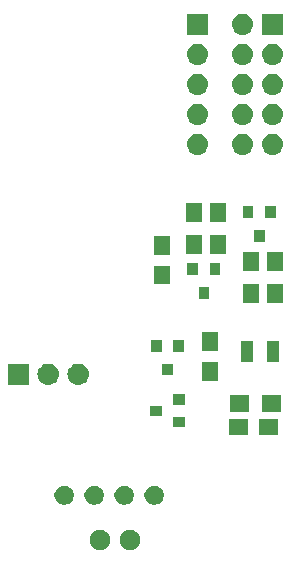
<source format=gbr>
G04 #@! TF.GenerationSoftware,KiCad,Pcbnew,(5.1.2)-2*
G04 #@! TF.CreationDate,2019-09-14T17:42:32+02:00*
G04 #@! TF.ProjectId,Inwall_Top,496e7761-6c6c-45f5-946f-702e6b696361,rev?*
G04 #@! TF.SameCoordinates,Original*
G04 #@! TF.FileFunction,Soldermask,Bot*
G04 #@! TF.FilePolarity,Negative*
%FSLAX46Y46*%
G04 Gerber Fmt 4.6, Leading zero omitted, Abs format (unit mm)*
G04 Created by KiCad (PCBNEW (5.1.2)-2) date 2019-09-14 17:42:32*
%MOMM*%
%LPD*%
G04 APERTURE LIST*
%ADD10C,0.100000*%
G04 APERTURE END LIST*
D10*
G36*
X109246728Y-109085164D02*
G01*
X109403784Y-109150219D01*
X109545131Y-109244664D01*
X109665336Y-109364869D01*
X109759781Y-109506216D01*
X109824836Y-109663272D01*
X109858000Y-109830002D01*
X109858000Y-109999998D01*
X109824836Y-110166728D01*
X109759781Y-110323784D01*
X109665336Y-110465131D01*
X109545131Y-110585336D01*
X109403784Y-110679781D01*
X109403783Y-110679782D01*
X109403782Y-110679782D01*
X109246728Y-110744836D01*
X109079999Y-110778000D01*
X108910001Y-110778000D01*
X108743272Y-110744836D01*
X108586218Y-110679782D01*
X108586217Y-110679782D01*
X108586216Y-110679781D01*
X108444869Y-110585336D01*
X108324664Y-110465131D01*
X108230219Y-110323784D01*
X108165164Y-110166728D01*
X108132000Y-109999998D01*
X108132000Y-109830002D01*
X108165164Y-109663272D01*
X108230219Y-109506216D01*
X108324664Y-109364869D01*
X108444869Y-109244664D01*
X108586216Y-109150219D01*
X108743272Y-109085164D01*
X108910001Y-109052000D01*
X109079999Y-109052000D01*
X109246728Y-109085164D01*
X109246728Y-109085164D01*
G37*
G36*
X106706728Y-109085164D02*
G01*
X106863784Y-109150219D01*
X107005131Y-109244664D01*
X107125336Y-109364869D01*
X107219781Y-109506216D01*
X107284836Y-109663272D01*
X107318000Y-109830002D01*
X107318000Y-109999998D01*
X107284836Y-110166728D01*
X107219781Y-110323784D01*
X107125336Y-110465131D01*
X107005131Y-110585336D01*
X106863784Y-110679781D01*
X106863783Y-110679782D01*
X106863782Y-110679782D01*
X106706728Y-110744836D01*
X106539999Y-110778000D01*
X106370001Y-110778000D01*
X106203272Y-110744836D01*
X106046218Y-110679782D01*
X106046217Y-110679782D01*
X106046216Y-110679781D01*
X105904869Y-110585336D01*
X105784664Y-110465131D01*
X105690219Y-110323784D01*
X105625164Y-110166728D01*
X105592000Y-109999998D01*
X105592000Y-109830002D01*
X105625164Y-109663272D01*
X105690219Y-109506216D01*
X105784664Y-109364869D01*
X105904869Y-109244664D01*
X106046216Y-109150219D01*
X106203272Y-109085164D01*
X106370001Y-109052000D01*
X106539999Y-109052000D01*
X106706728Y-109085164D01*
X106706728Y-109085164D01*
G37*
G36*
X111292082Y-105356262D02*
G01*
X111440041Y-105417549D01*
X111573195Y-105506519D01*
X111686441Y-105619765D01*
X111775411Y-105752919D01*
X111836698Y-105900878D01*
X111867940Y-106057945D01*
X111867940Y-106218095D01*
X111836698Y-106375162D01*
X111775411Y-106523121D01*
X111686441Y-106656275D01*
X111573195Y-106769521D01*
X111440041Y-106858491D01*
X111292082Y-106919778D01*
X111135015Y-106951020D01*
X110974865Y-106951020D01*
X110817798Y-106919778D01*
X110669839Y-106858491D01*
X110536685Y-106769521D01*
X110423439Y-106656275D01*
X110334469Y-106523121D01*
X110273182Y-106375162D01*
X110241940Y-106218095D01*
X110241940Y-106057945D01*
X110273182Y-105900878D01*
X110334469Y-105752919D01*
X110423439Y-105619765D01*
X110536685Y-105506519D01*
X110669839Y-105417549D01*
X110817798Y-105356262D01*
X110974865Y-105325020D01*
X111135015Y-105325020D01*
X111292082Y-105356262D01*
X111292082Y-105356262D01*
G37*
G36*
X108752082Y-105356262D02*
G01*
X108900041Y-105417549D01*
X109033195Y-105506519D01*
X109146441Y-105619765D01*
X109235411Y-105752919D01*
X109296698Y-105900878D01*
X109327940Y-106057945D01*
X109327940Y-106218095D01*
X109296698Y-106375162D01*
X109235411Y-106523121D01*
X109146441Y-106656275D01*
X109033195Y-106769521D01*
X108900041Y-106858491D01*
X108752082Y-106919778D01*
X108595015Y-106951020D01*
X108434865Y-106951020D01*
X108277798Y-106919778D01*
X108129839Y-106858491D01*
X107996685Y-106769521D01*
X107883439Y-106656275D01*
X107794469Y-106523121D01*
X107733182Y-106375162D01*
X107701940Y-106218095D01*
X107701940Y-106057945D01*
X107733182Y-105900878D01*
X107794469Y-105752919D01*
X107883439Y-105619765D01*
X107996685Y-105506519D01*
X108129839Y-105417549D01*
X108277798Y-105356262D01*
X108434865Y-105325020D01*
X108595015Y-105325020D01*
X108752082Y-105356262D01*
X108752082Y-105356262D01*
G37*
G36*
X103672082Y-105356262D02*
G01*
X103820041Y-105417549D01*
X103953195Y-105506519D01*
X104066441Y-105619765D01*
X104155411Y-105752919D01*
X104216698Y-105900878D01*
X104247940Y-106057945D01*
X104247940Y-106218095D01*
X104216698Y-106375162D01*
X104155411Y-106523121D01*
X104066441Y-106656275D01*
X103953195Y-106769521D01*
X103820041Y-106858491D01*
X103672082Y-106919778D01*
X103515015Y-106951020D01*
X103354865Y-106951020D01*
X103197798Y-106919778D01*
X103049839Y-106858491D01*
X102916685Y-106769521D01*
X102803439Y-106656275D01*
X102714469Y-106523121D01*
X102653182Y-106375162D01*
X102621940Y-106218095D01*
X102621940Y-106057945D01*
X102653182Y-105900878D01*
X102714469Y-105752919D01*
X102803439Y-105619765D01*
X102916685Y-105506519D01*
X103049839Y-105417549D01*
X103197798Y-105356262D01*
X103354865Y-105325020D01*
X103515015Y-105325020D01*
X103672082Y-105356262D01*
X103672082Y-105356262D01*
G37*
G36*
X106212082Y-105356262D02*
G01*
X106360041Y-105417549D01*
X106493195Y-105506519D01*
X106606441Y-105619765D01*
X106695411Y-105752919D01*
X106756698Y-105900878D01*
X106787940Y-106057945D01*
X106787940Y-106218095D01*
X106756698Y-106375162D01*
X106695411Y-106523121D01*
X106606441Y-106656275D01*
X106493195Y-106769521D01*
X106360041Y-106858491D01*
X106212082Y-106919778D01*
X106055015Y-106951020D01*
X105894865Y-106951020D01*
X105737798Y-106919778D01*
X105589839Y-106858491D01*
X105456685Y-106769521D01*
X105343439Y-106656275D01*
X105254469Y-106523121D01*
X105193182Y-106375162D01*
X105161940Y-106218095D01*
X105161940Y-106057945D01*
X105193182Y-105900878D01*
X105254469Y-105752919D01*
X105343439Y-105619765D01*
X105456685Y-105506519D01*
X105589839Y-105417549D01*
X105737798Y-105356262D01*
X105894865Y-105325020D01*
X106055015Y-105325020D01*
X106212082Y-105356262D01*
X106212082Y-105356262D01*
G37*
G36*
X121529000Y-101064000D02*
G01*
X119927000Y-101064000D01*
X119927000Y-99712000D01*
X121529000Y-99712000D01*
X121529000Y-101064000D01*
X121529000Y-101064000D01*
G37*
G36*
X119029000Y-101064000D02*
G01*
X117427000Y-101064000D01*
X117427000Y-99712000D01*
X119029000Y-99712000D01*
X119029000Y-101064000D01*
X119029000Y-101064000D01*
G37*
G36*
X113701000Y-100401000D02*
G01*
X112699000Y-100401000D01*
X112699000Y-99499000D01*
X113701000Y-99499000D01*
X113701000Y-100401000D01*
X113701000Y-100401000D01*
G37*
G36*
X111701000Y-99451000D02*
G01*
X110699000Y-99451000D01*
X110699000Y-98549000D01*
X111701000Y-98549000D01*
X111701000Y-99451000D01*
X111701000Y-99451000D01*
G37*
G36*
X119083000Y-99057000D02*
G01*
X117481000Y-99057000D01*
X117481000Y-97655000D01*
X119083000Y-97655000D01*
X119083000Y-99057000D01*
X119083000Y-99057000D01*
G37*
G36*
X121783000Y-99057000D02*
G01*
X120181000Y-99057000D01*
X120181000Y-97655000D01*
X121783000Y-97655000D01*
X121783000Y-99057000D01*
X121783000Y-99057000D01*
G37*
G36*
X113701000Y-98501000D02*
G01*
X112699000Y-98501000D01*
X112699000Y-97599000D01*
X113701000Y-97599000D01*
X113701000Y-98501000D01*
X113701000Y-98501000D01*
G37*
G36*
X100451000Y-96801000D02*
G01*
X98649000Y-96801000D01*
X98649000Y-94999000D01*
X100451000Y-94999000D01*
X100451000Y-96801000D01*
X100451000Y-96801000D01*
G37*
G36*
X104740442Y-95005518D02*
G01*
X104806627Y-95012037D01*
X104976466Y-95063557D01*
X105132991Y-95147222D01*
X105168729Y-95176552D01*
X105270186Y-95259814D01*
X105353448Y-95361271D01*
X105382778Y-95397009D01*
X105466443Y-95553534D01*
X105517963Y-95723373D01*
X105535359Y-95900000D01*
X105517963Y-96076627D01*
X105466443Y-96246466D01*
X105382778Y-96402991D01*
X105353448Y-96438729D01*
X105270186Y-96540186D01*
X105168729Y-96623448D01*
X105132991Y-96652778D01*
X104976466Y-96736443D01*
X104806627Y-96787963D01*
X104740443Y-96794481D01*
X104674260Y-96801000D01*
X104585740Y-96801000D01*
X104519557Y-96794481D01*
X104453373Y-96787963D01*
X104283534Y-96736443D01*
X104127009Y-96652778D01*
X104091271Y-96623448D01*
X103989814Y-96540186D01*
X103906552Y-96438729D01*
X103877222Y-96402991D01*
X103793557Y-96246466D01*
X103742037Y-96076627D01*
X103724641Y-95900000D01*
X103742037Y-95723373D01*
X103793557Y-95553534D01*
X103877222Y-95397009D01*
X103906552Y-95361271D01*
X103989814Y-95259814D01*
X104091271Y-95176552D01*
X104127009Y-95147222D01*
X104283534Y-95063557D01*
X104453373Y-95012037D01*
X104519558Y-95005518D01*
X104585740Y-94999000D01*
X104674260Y-94999000D01*
X104740442Y-95005518D01*
X104740442Y-95005518D01*
G37*
G36*
X102200442Y-95005518D02*
G01*
X102266627Y-95012037D01*
X102436466Y-95063557D01*
X102592991Y-95147222D01*
X102628729Y-95176552D01*
X102730186Y-95259814D01*
X102813448Y-95361271D01*
X102842778Y-95397009D01*
X102926443Y-95553534D01*
X102977963Y-95723373D01*
X102995359Y-95900000D01*
X102977963Y-96076627D01*
X102926443Y-96246466D01*
X102842778Y-96402991D01*
X102813448Y-96438729D01*
X102730186Y-96540186D01*
X102628729Y-96623448D01*
X102592991Y-96652778D01*
X102436466Y-96736443D01*
X102266627Y-96787963D01*
X102200443Y-96794481D01*
X102134260Y-96801000D01*
X102045740Y-96801000D01*
X101979557Y-96794481D01*
X101913373Y-96787963D01*
X101743534Y-96736443D01*
X101587009Y-96652778D01*
X101551271Y-96623448D01*
X101449814Y-96540186D01*
X101366552Y-96438729D01*
X101337222Y-96402991D01*
X101253557Y-96246466D01*
X101202037Y-96076627D01*
X101184641Y-95900000D01*
X101202037Y-95723373D01*
X101253557Y-95553534D01*
X101337222Y-95397009D01*
X101366552Y-95361271D01*
X101449814Y-95259814D01*
X101551271Y-95176552D01*
X101587009Y-95147222D01*
X101743534Y-95063557D01*
X101913373Y-95012037D01*
X101979558Y-95005518D01*
X102045740Y-94999000D01*
X102134260Y-94999000D01*
X102200442Y-95005518D01*
X102200442Y-95005518D01*
G37*
G36*
X116476000Y-96451000D02*
G01*
X115124000Y-96451000D01*
X115124000Y-94849000D01*
X116476000Y-94849000D01*
X116476000Y-96451000D01*
X116476000Y-96451000D01*
G37*
G36*
X112651000Y-96001000D02*
G01*
X111749000Y-96001000D01*
X111749000Y-94999000D01*
X112651000Y-94999000D01*
X112651000Y-96001000D01*
X112651000Y-96001000D01*
G37*
G36*
X119401000Y-94876000D02*
G01*
X118399000Y-94876000D01*
X118399000Y-93124000D01*
X119401000Y-93124000D01*
X119401000Y-94876000D01*
X119401000Y-94876000D01*
G37*
G36*
X121601000Y-94876000D02*
G01*
X120599000Y-94876000D01*
X120599000Y-93124000D01*
X121601000Y-93124000D01*
X121601000Y-94876000D01*
X121601000Y-94876000D01*
G37*
G36*
X113601000Y-94001000D02*
G01*
X112699000Y-94001000D01*
X112699000Y-92999000D01*
X113601000Y-92999000D01*
X113601000Y-94001000D01*
X113601000Y-94001000D01*
G37*
G36*
X111701000Y-94001000D02*
G01*
X110799000Y-94001000D01*
X110799000Y-92999000D01*
X111701000Y-92999000D01*
X111701000Y-94001000D01*
X111701000Y-94001000D01*
G37*
G36*
X116476000Y-93951000D02*
G01*
X115124000Y-93951000D01*
X115124000Y-92349000D01*
X116476000Y-92349000D01*
X116476000Y-93951000D01*
X116476000Y-93951000D01*
G37*
G36*
X119975000Y-89839000D02*
G01*
X118573000Y-89839000D01*
X118573000Y-88237000D01*
X119975000Y-88237000D01*
X119975000Y-89839000D01*
X119975000Y-89839000D01*
G37*
G36*
X122007000Y-89839000D02*
G01*
X120605000Y-89839000D01*
X120605000Y-88237000D01*
X122007000Y-88237000D01*
X122007000Y-89839000D01*
X122007000Y-89839000D01*
G37*
G36*
X115727000Y-89507000D02*
G01*
X114825000Y-89507000D01*
X114825000Y-88505000D01*
X115727000Y-88505000D01*
X115727000Y-89507000D01*
X115727000Y-89507000D01*
G37*
G36*
X112426000Y-88301000D02*
G01*
X111074000Y-88301000D01*
X111074000Y-86699000D01*
X112426000Y-86699000D01*
X112426000Y-88301000D01*
X112426000Y-88301000D01*
G37*
G36*
X116677000Y-87507000D02*
G01*
X115775000Y-87507000D01*
X115775000Y-86505000D01*
X116677000Y-86505000D01*
X116677000Y-87507000D01*
X116677000Y-87507000D01*
G37*
G36*
X114777000Y-87507000D02*
G01*
X113875000Y-87507000D01*
X113875000Y-86505000D01*
X114777000Y-86505000D01*
X114777000Y-87507000D01*
X114777000Y-87507000D01*
G37*
G36*
X119975000Y-87139000D02*
G01*
X118573000Y-87139000D01*
X118573000Y-85537000D01*
X119975000Y-85537000D01*
X119975000Y-87139000D01*
X119975000Y-87139000D01*
G37*
G36*
X122007000Y-87139000D02*
G01*
X120605000Y-87139000D01*
X120605000Y-85537000D01*
X122007000Y-85537000D01*
X122007000Y-87139000D01*
X122007000Y-87139000D01*
G37*
G36*
X112426000Y-85801000D02*
G01*
X111074000Y-85801000D01*
X111074000Y-84199000D01*
X112426000Y-84199000D01*
X112426000Y-85801000D01*
X112426000Y-85801000D01*
G37*
G36*
X115149000Y-85681000D02*
G01*
X113747000Y-85681000D01*
X113747000Y-84079000D01*
X115149000Y-84079000D01*
X115149000Y-85681000D01*
X115149000Y-85681000D01*
G37*
G36*
X117181000Y-85681000D02*
G01*
X115779000Y-85681000D01*
X115779000Y-84079000D01*
X117181000Y-84079000D01*
X117181000Y-85681000D01*
X117181000Y-85681000D01*
G37*
G36*
X120421000Y-84681000D02*
G01*
X119519000Y-84681000D01*
X119519000Y-83679000D01*
X120421000Y-83679000D01*
X120421000Y-84681000D01*
X120421000Y-84681000D01*
G37*
G36*
X115149000Y-82981000D02*
G01*
X113747000Y-82981000D01*
X113747000Y-81379000D01*
X115149000Y-81379000D01*
X115149000Y-82981000D01*
X115149000Y-82981000D01*
G37*
G36*
X117181000Y-82981000D02*
G01*
X115779000Y-82981000D01*
X115779000Y-81379000D01*
X117181000Y-81379000D01*
X117181000Y-82981000D01*
X117181000Y-82981000D01*
G37*
G36*
X121371000Y-82681000D02*
G01*
X120469000Y-82681000D01*
X120469000Y-81679000D01*
X121371000Y-81679000D01*
X121371000Y-82681000D01*
X121371000Y-82681000D01*
G37*
G36*
X119471000Y-82681000D02*
G01*
X118569000Y-82681000D01*
X118569000Y-81679000D01*
X119471000Y-81679000D01*
X119471000Y-82681000D01*
X119471000Y-82681000D01*
G37*
G36*
X114842442Y-75533518D02*
G01*
X114908627Y-75540037D01*
X115078466Y-75591557D01*
X115234991Y-75675222D01*
X115270729Y-75704552D01*
X115372186Y-75787814D01*
X115455448Y-75889271D01*
X115484778Y-75925009D01*
X115568443Y-76081534D01*
X115619963Y-76251373D01*
X115637359Y-76428000D01*
X115619963Y-76604627D01*
X115568443Y-76774466D01*
X115484778Y-76930991D01*
X115455448Y-76966729D01*
X115372186Y-77068186D01*
X115270729Y-77151448D01*
X115234991Y-77180778D01*
X115078466Y-77264443D01*
X114908627Y-77315963D01*
X114842442Y-77322482D01*
X114776260Y-77329000D01*
X114687740Y-77329000D01*
X114621558Y-77322482D01*
X114555373Y-77315963D01*
X114385534Y-77264443D01*
X114229009Y-77180778D01*
X114193271Y-77151448D01*
X114091814Y-77068186D01*
X114008552Y-76966729D01*
X113979222Y-76930991D01*
X113895557Y-76774466D01*
X113844037Y-76604627D01*
X113826641Y-76428000D01*
X113844037Y-76251373D01*
X113895557Y-76081534D01*
X113979222Y-75925009D01*
X114008552Y-75889271D01*
X114091814Y-75787814D01*
X114193271Y-75704552D01*
X114229009Y-75675222D01*
X114385534Y-75591557D01*
X114555373Y-75540037D01*
X114621558Y-75533518D01*
X114687740Y-75527000D01*
X114776260Y-75527000D01*
X114842442Y-75533518D01*
X114842442Y-75533518D01*
G37*
G36*
X118652442Y-75533518D02*
G01*
X118718627Y-75540037D01*
X118888466Y-75591557D01*
X119044991Y-75675222D01*
X119080729Y-75704552D01*
X119182186Y-75787814D01*
X119265448Y-75889271D01*
X119294778Y-75925009D01*
X119378443Y-76081534D01*
X119429963Y-76251373D01*
X119447359Y-76428000D01*
X119429963Y-76604627D01*
X119378443Y-76774466D01*
X119294778Y-76930991D01*
X119265448Y-76966729D01*
X119182186Y-77068186D01*
X119080729Y-77151448D01*
X119044991Y-77180778D01*
X118888466Y-77264443D01*
X118718627Y-77315963D01*
X118652442Y-77322482D01*
X118586260Y-77329000D01*
X118497740Y-77329000D01*
X118431558Y-77322482D01*
X118365373Y-77315963D01*
X118195534Y-77264443D01*
X118039009Y-77180778D01*
X118003271Y-77151448D01*
X117901814Y-77068186D01*
X117818552Y-76966729D01*
X117789222Y-76930991D01*
X117705557Y-76774466D01*
X117654037Y-76604627D01*
X117636641Y-76428000D01*
X117654037Y-76251373D01*
X117705557Y-76081534D01*
X117789222Y-75925009D01*
X117818552Y-75889271D01*
X117901814Y-75787814D01*
X118003271Y-75704552D01*
X118039009Y-75675222D01*
X118195534Y-75591557D01*
X118365373Y-75540037D01*
X118431558Y-75533518D01*
X118497740Y-75527000D01*
X118586260Y-75527000D01*
X118652442Y-75533518D01*
X118652442Y-75533518D01*
G37*
G36*
X121192442Y-75533518D02*
G01*
X121258627Y-75540037D01*
X121428466Y-75591557D01*
X121584991Y-75675222D01*
X121620729Y-75704552D01*
X121722186Y-75787814D01*
X121805448Y-75889271D01*
X121834778Y-75925009D01*
X121918443Y-76081534D01*
X121969963Y-76251373D01*
X121987359Y-76428000D01*
X121969963Y-76604627D01*
X121918443Y-76774466D01*
X121834778Y-76930991D01*
X121805448Y-76966729D01*
X121722186Y-77068186D01*
X121620729Y-77151448D01*
X121584991Y-77180778D01*
X121428466Y-77264443D01*
X121258627Y-77315963D01*
X121192442Y-77322482D01*
X121126260Y-77329000D01*
X121037740Y-77329000D01*
X120971558Y-77322482D01*
X120905373Y-77315963D01*
X120735534Y-77264443D01*
X120579009Y-77180778D01*
X120543271Y-77151448D01*
X120441814Y-77068186D01*
X120358552Y-76966729D01*
X120329222Y-76930991D01*
X120245557Y-76774466D01*
X120194037Y-76604627D01*
X120176641Y-76428000D01*
X120194037Y-76251373D01*
X120245557Y-76081534D01*
X120329222Y-75925009D01*
X120358552Y-75889271D01*
X120441814Y-75787814D01*
X120543271Y-75704552D01*
X120579009Y-75675222D01*
X120735534Y-75591557D01*
X120905373Y-75540037D01*
X120971558Y-75533518D01*
X121037740Y-75527000D01*
X121126260Y-75527000D01*
X121192442Y-75533518D01*
X121192442Y-75533518D01*
G37*
G36*
X114842443Y-72993519D02*
G01*
X114908627Y-73000037D01*
X115078466Y-73051557D01*
X115234991Y-73135222D01*
X115270729Y-73164552D01*
X115372186Y-73247814D01*
X115455448Y-73349271D01*
X115484778Y-73385009D01*
X115568443Y-73541534D01*
X115619963Y-73711373D01*
X115637359Y-73888000D01*
X115619963Y-74064627D01*
X115568443Y-74234466D01*
X115484778Y-74390991D01*
X115455448Y-74426729D01*
X115372186Y-74528186D01*
X115270729Y-74611448D01*
X115234991Y-74640778D01*
X115078466Y-74724443D01*
X114908627Y-74775963D01*
X114842443Y-74782481D01*
X114776260Y-74789000D01*
X114687740Y-74789000D01*
X114621557Y-74782481D01*
X114555373Y-74775963D01*
X114385534Y-74724443D01*
X114229009Y-74640778D01*
X114193271Y-74611448D01*
X114091814Y-74528186D01*
X114008552Y-74426729D01*
X113979222Y-74390991D01*
X113895557Y-74234466D01*
X113844037Y-74064627D01*
X113826641Y-73888000D01*
X113844037Y-73711373D01*
X113895557Y-73541534D01*
X113979222Y-73385009D01*
X114008552Y-73349271D01*
X114091814Y-73247814D01*
X114193271Y-73164552D01*
X114229009Y-73135222D01*
X114385534Y-73051557D01*
X114555373Y-73000037D01*
X114621557Y-72993519D01*
X114687740Y-72987000D01*
X114776260Y-72987000D01*
X114842443Y-72993519D01*
X114842443Y-72993519D01*
G37*
G36*
X121192443Y-72993519D02*
G01*
X121258627Y-73000037D01*
X121428466Y-73051557D01*
X121584991Y-73135222D01*
X121620729Y-73164552D01*
X121722186Y-73247814D01*
X121805448Y-73349271D01*
X121834778Y-73385009D01*
X121918443Y-73541534D01*
X121969963Y-73711373D01*
X121987359Y-73888000D01*
X121969963Y-74064627D01*
X121918443Y-74234466D01*
X121834778Y-74390991D01*
X121805448Y-74426729D01*
X121722186Y-74528186D01*
X121620729Y-74611448D01*
X121584991Y-74640778D01*
X121428466Y-74724443D01*
X121258627Y-74775963D01*
X121192443Y-74782481D01*
X121126260Y-74789000D01*
X121037740Y-74789000D01*
X120971557Y-74782481D01*
X120905373Y-74775963D01*
X120735534Y-74724443D01*
X120579009Y-74640778D01*
X120543271Y-74611448D01*
X120441814Y-74528186D01*
X120358552Y-74426729D01*
X120329222Y-74390991D01*
X120245557Y-74234466D01*
X120194037Y-74064627D01*
X120176641Y-73888000D01*
X120194037Y-73711373D01*
X120245557Y-73541534D01*
X120329222Y-73385009D01*
X120358552Y-73349271D01*
X120441814Y-73247814D01*
X120543271Y-73164552D01*
X120579009Y-73135222D01*
X120735534Y-73051557D01*
X120905373Y-73000037D01*
X120971557Y-72993519D01*
X121037740Y-72987000D01*
X121126260Y-72987000D01*
X121192443Y-72993519D01*
X121192443Y-72993519D01*
G37*
G36*
X118652443Y-72993519D02*
G01*
X118718627Y-73000037D01*
X118888466Y-73051557D01*
X119044991Y-73135222D01*
X119080729Y-73164552D01*
X119182186Y-73247814D01*
X119265448Y-73349271D01*
X119294778Y-73385009D01*
X119378443Y-73541534D01*
X119429963Y-73711373D01*
X119447359Y-73888000D01*
X119429963Y-74064627D01*
X119378443Y-74234466D01*
X119294778Y-74390991D01*
X119265448Y-74426729D01*
X119182186Y-74528186D01*
X119080729Y-74611448D01*
X119044991Y-74640778D01*
X118888466Y-74724443D01*
X118718627Y-74775963D01*
X118652443Y-74782481D01*
X118586260Y-74789000D01*
X118497740Y-74789000D01*
X118431557Y-74782481D01*
X118365373Y-74775963D01*
X118195534Y-74724443D01*
X118039009Y-74640778D01*
X118003271Y-74611448D01*
X117901814Y-74528186D01*
X117818552Y-74426729D01*
X117789222Y-74390991D01*
X117705557Y-74234466D01*
X117654037Y-74064627D01*
X117636641Y-73888000D01*
X117654037Y-73711373D01*
X117705557Y-73541534D01*
X117789222Y-73385009D01*
X117818552Y-73349271D01*
X117901814Y-73247814D01*
X118003271Y-73164552D01*
X118039009Y-73135222D01*
X118195534Y-73051557D01*
X118365373Y-73000037D01*
X118431557Y-72993519D01*
X118497740Y-72987000D01*
X118586260Y-72987000D01*
X118652443Y-72993519D01*
X118652443Y-72993519D01*
G37*
G36*
X121192442Y-70453518D02*
G01*
X121258627Y-70460037D01*
X121428466Y-70511557D01*
X121584991Y-70595222D01*
X121620729Y-70624552D01*
X121722186Y-70707814D01*
X121805448Y-70809271D01*
X121834778Y-70845009D01*
X121918443Y-71001534D01*
X121969963Y-71171373D01*
X121987359Y-71348000D01*
X121969963Y-71524627D01*
X121918443Y-71694466D01*
X121834778Y-71850991D01*
X121805448Y-71886729D01*
X121722186Y-71988186D01*
X121620729Y-72071448D01*
X121584991Y-72100778D01*
X121428466Y-72184443D01*
X121258627Y-72235963D01*
X121192443Y-72242481D01*
X121126260Y-72249000D01*
X121037740Y-72249000D01*
X120971557Y-72242481D01*
X120905373Y-72235963D01*
X120735534Y-72184443D01*
X120579009Y-72100778D01*
X120543271Y-72071448D01*
X120441814Y-71988186D01*
X120358552Y-71886729D01*
X120329222Y-71850991D01*
X120245557Y-71694466D01*
X120194037Y-71524627D01*
X120176641Y-71348000D01*
X120194037Y-71171373D01*
X120245557Y-71001534D01*
X120329222Y-70845009D01*
X120358552Y-70809271D01*
X120441814Y-70707814D01*
X120543271Y-70624552D01*
X120579009Y-70595222D01*
X120735534Y-70511557D01*
X120905373Y-70460037D01*
X120971558Y-70453518D01*
X121037740Y-70447000D01*
X121126260Y-70447000D01*
X121192442Y-70453518D01*
X121192442Y-70453518D01*
G37*
G36*
X118652442Y-70453518D02*
G01*
X118718627Y-70460037D01*
X118888466Y-70511557D01*
X119044991Y-70595222D01*
X119080729Y-70624552D01*
X119182186Y-70707814D01*
X119265448Y-70809271D01*
X119294778Y-70845009D01*
X119378443Y-71001534D01*
X119429963Y-71171373D01*
X119447359Y-71348000D01*
X119429963Y-71524627D01*
X119378443Y-71694466D01*
X119294778Y-71850991D01*
X119265448Y-71886729D01*
X119182186Y-71988186D01*
X119080729Y-72071448D01*
X119044991Y-72100778D01*
X118888466Y-72184443D01*
X118718627Y-72235963D01*
X118652443Y-72242481D01*
X118586260Y-72249000D01*
X118497740Y-72249000D01*
X118431557Y-72242481D01*
X118365373Y-72235963D01*
X118195534Y-72184443D01*
X118039009Y-72100778D01*
X118003271Y-72071448D01*
X117901814Y-71988186D01*
X117818552Y-71886729D01*
X117789222Y-71850991D01*
X117705557Y-71694466D01*
X117654037Y-71524627D01*
X117636641Y-71348000D01*
X117654037Y-71171373D01*
X117705557Y-71001534D01*
X117789222Y-70845009D01*
X117818552Y-70809271D01*
X117901814Y-70707814D01*
X118003271Y-70624552D01*
X118039009Y-70595222D01*
X118195534Y-70511557D01*
X118365373Y-70460037D01*
X118431558Y-70453518D01*
X118497740Y-70447000D01*
X118586260Y-70447000D01*
X118652442Y-70453518D01*
X118652442Y-70453518D01*
G37*
G36*
X114842442Y-70453518D02*
G01*
X114908627Y-70460037D01*
X115078466Y-70511557D01*
X115234991Y-70595222D01*
X115270729Y-70624552D01*
X115372186Y-70707814D01*
X115455448Y-70809271D01*
X115484778Y-70845009D01*
X115568443Y-71001534D01*
X115619963Y-71171373D01*
X115637359Y-71348000D01*
X115619963Y-71524627D01*
X115568443Y-71694466D01*
X115484778Y-71850991D01*
X115455448Y-71886729D01*
X115372186Y-71988186D01*
X115270729Y-72071448D01*
X115234991Y-72100778D01*
X115078466Y-72184443D01*
X114908627Y-72235963D01*
X114842443Y-72242481D01*
X114776260Y-72249000D01*
X114687740Y-72249000D01*
X114621557Y-72242481D01*
X114555373Y-72235963D01*
X114385534Y-72184443D01*
X114229009Y-72100778D01*
X114193271Y-72071448D01*
X114091814Y-71988186D01*
X114008552Y-71886729D01*
X113979222Y-71850991D01*
X113895557Y-71694466D01*
X113844037Y-71524627D01*
X113826641Y-71348000D01*
X113844037Y-71171373D01*
X113895557Y-71001534D01*
X113979222Y-70845009D01*
X114008552Y-70809271D01*
X114091814Y-70707814D01*
X114193271Y-70624552D01*
X114229009Y-70595222D01*
X114385534Y-70511557D01*
X114555373Y-70460037D01*
X114621558Y-70453518D01*
X114687740Y-70447000D01*
X114776260Y-70447000D01*
X114842442Y-70453518D01*
X114842442Y-70453518D01*
G37*
G36*
X118652443Y-67913519D02*
G01*
X118718627Y-67920037D01*
X118888466Y-67971557D01*
X119044991Y-68055222D01*
X119080729Y-68084552D01*
X119182186Y-68167814D01*
X119265448Y-68269271D01*
X119294778Y-68305009D01*
X119378443Y-68461534D01*
X119429963Y-68631373D01*
X119447359Y-68808000D01*
X119429963Y-68984627D01*
X119378443Y-69154466D01*
X119294778Y-69310991D01*
X119265448Y-69346729D01*
X119182186Y-69448186D01*
X119080729Y-69531448D01*
X119044991Y-69560778D01*
X118888466Y-69644443D01*
X118718627Y-69695963D01*
X118652443Y-69702481D01*
X118586260Y-69709000D01*
X118497740Y-69709000D01*
X118431557Y-69702481D01*
X118365373Y-69695963D01*
X118195534Y-69644443D01*
X118039009Y-69560778D01*
X118003271Y-69531448D01*
X117901814Y-69448186D01*
X117818552Y-69346729D01*
X117789222Y-69310991D01*
X117705557Y-69154466D01*
X117654037Y-68984627D01*
X117636641Y-68808000D01*
X117654037Y-68631373D01*
X117705557Y-68461534D01*
X117789222Y-68305009D01*
X117818552Y-68269271D01*
X117901814Y-68167814D01*
X118003271Y-68084552D01*
X118039009Y-68055222D01*
X118195534Y-67971557D01*
X118365373Y-67920037D01*
X118431557Y-67913519D01*
X118497740Y-67907000D01*
X118586260Y-67907000D01*
X118652443Y-67913519D01*
X118652443Y-67913519D01*
G37*
G36*
X114842443Y-67913519D02*
G01*
X114908627Y-67920037D01*
X115078466Y-67971557D01*
X115234991Y-68055222D01*
X115270729Y-68084552D01*
X115372186Y-68167814D01*
X115455448Y-68269271D01*
X115484778Y-68305009D01*
X115568443Y-68461534D01*
X115619963Y-68631373D01*
X115637359Y-68808000D01*
X115619963Y-68984627D01*
X115568443Y-69154466D01*
X115484778Y-69310991D01*
X115455448Y-69346729D01*
X115372186Y-69448186D01*
X115270729Y-69531448D01*
X115234991Y-69560778D01*
X115078466Y-69644443D01*
X114908627Y-69695963D01*
X114842443Y-69702481D01*
X114776260Y-69709000D01*
X114687740Y-69709000D01*
X114621557Y-69702481D01*
X114555373Y-69695963D01*
X114385534Y-69644443D01*
X114229009Y-69560778D01*
X114193271Y-69531448D01*
X114091814Y-69448186D01*
X114008552Y-69346729D01*
X113979222Y-69310991D01*
X113895557Y-69154466D01*
X113844037Y-68984627D01*
X113826641Y-68808000D01*
X113844037Y-68631373D01*
X113895557Y-68461534D01*
X113979222Y-68305009D01*
X114008552Y-68269271D01*
X114091814Y-68167814D01*
X114193271Y-68084552D01*
X114229009Y-68055222D01*
X114385534Y-67971557D01*
X114555373Y-67920037D01*
X114621557Y-67913519D01*
X114687740Y-67907000D01*
X114776260Y-67907000D01*
X114842443Y-67913519D01*
X114842443Y-67913519D01*
G37*
G36*
X121192443Y-67913519D02*
G01*
X121258627Y-67920037D01*
X121428466Y-67971557D01*
X121584991Y-68055222D01*
X121620729Y-68084552D01*
X121722186Y-68167814D01*
X121805448Y-68269271D01*
X121834778Y-68305009D01*
X121918443Y-68461534D01*
X121969963Y-68631373D01*
X121987359Y-68808000D01*
X121969963Y-68984627D01*
X121918443Y-69154466D01*
X121834778Y-69310991D01*
X121805448Y-69346729D01*
X121722186Y-69448186D01*
X121620729Y-69531448D01*
X121584991Y-69560778D01*
X121428466Y-69644443D01*
X121258627Y-69695963D01*
X121192443Y-69702481D01*
X121126260Y-69709000D01*
X121037740Y-69709000D01*
X120971557Y-69702481D01*
X120905373Y-69695963D01*
X120735534Y-69644443D01*
X120579009Y-69560778D01*
X120543271Y-69531448D01*
X120441814Y-69448186D01*
X120358552Y-69346729D01*
X120329222Y-69310991D01*
X120245557Y-69154466D01*
X120194037Y-68984627D01*
X120176641Y-68808000D01*
X120194037Y-68631373D01*
X120245557Y-68461534D01*
X120329222Y-68305009D01*
X120358552Y-68269271D01*
X120441814Y-68167814D01*
X120543271Y-68084552D01*
X120579009Y-68055222D01*
X120735534Y-67971557D01*
X120905373Y-67920037D01*
X120971557Y-67913519D01*
X121037740Y-67907000D01*
X121126260Y-67907000D01*
X121192443Y-67913519D01*
X121192443Y-67913519D01*
G37*
G36*
X118652442Y-65373518D02*
G01*
X118718627Y-65380037D01*
X118888466Y-65431557D01*
X119044991Y-65515222D01*
X119080729Y-65544552D01*
X119182186Y-65627814D01*
X119265448Y-65729271D01*
X119294778Y-65765009D01*
X119378443Y-65921534D01*
X119429963Y-66091373D01*
X119447359Y-66268000D01*
X119429963Y-66444627D01*
X119378443Y-66614466D01*
X119294778Y-66770991D01*
X119265448Y-66806729D01*
X119182186Y-66908186D01*
X119080729Y-66991448D01*
X119044991Y-67020778D01*
X118888466Y-67104443D01*
X118718627Y-67155963D01*
X118652442Y-67162482D01*
X118586260Y-67169000D01*
X118497740Y-67169000D01*
X118431558Y-67162482D01*
X118365373Y-67155963D01*
X118195534Y-67104443D01*
X118039009Y-67020778D01*
X118003271Y-66991448D01*
X117901814Y-66908186D01*
X117818552Y-66806729D01*
X117789222Y-66770991D01*
X117705557Y-66614466D01*
X117654037Y-66444627D01*
X117636641Y-66268000D01*
X117654037Y-66091373D01*
X117705557Y-65921534D01*
X117789222Y-65765009D01*
X117818552Y-65729271D01*
X117901814Y-65627814D01*
X118003271Y-65544552D01*
X118039009Y-65515222D01*
X118195534Y-65431557D01*
X118365373Y-65380037D01*
X118431558Y-65373518D01*
X118497740Y-65367000D01*
X118586260Y-65367000D01*
X118652442Y-65373518D01*
X118652442Y-65373518D01*
G37*
G36*
X121983000Y-67169000D02*
G01*
X120181000Y-67169000D01*
X120181000Y-65367000D01*
X121983000Y-65367000D01*
X121983000Y-67169000D01*
X121983000Y-67169000D01*
G37*
G36*
X115633000Y-67169000D02*
G01*
X113831000Y-67169000D01*
X113831000Y-65367000D01*
X115633000Y-65367000D01*
X115633000Y-67169000D01*
X115633000Y-67169000D01*
G37*
M02*

</source>
